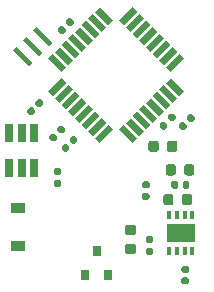
<source format=gbr>
G04 #@! TF.GenerationSoftware,KiCad,Pcbnew,(5.1.6)-1*
G04 #@! TF.CreationDate,2020-12-13T19:15:46+01:00*
G04 #@! TF.ProjectId,ACM-pcb,41434d2d-7063-4622-9e6b-696361645f70,rev?*
G04 #@! TF.SameCoordinates,Original*
G04 #@! TF.FileFunction,Paste,Top*
G04 #@! TF.FilePolarity,Positive*
%FSLAX46Y46*%
G04 Gerber Fmt 4.6, Leading zero omitted, Abs format (unit mm)*
G04 Created by KiCad (PCBNEW (5.1.6)-1) date 2020-12-13 19:15:46*
%MOMM*%
%LPD*%
G01*
G04 APERTURE LIST*
%ADD10R,1.200000X0.900000*%
%ADD11R,0.700000X1.600000*%
%ADD12R,0.800000X0.900000*%
%ADD13C,0.100000*%
%ADD14R,0.350000X0.750000*%
%ADD15R,2.400000X1.600000*%
G04 APERTURE END LIST*
D10*
X65750000Y-86975000D03*
X65750000Y-83675000D03*
D11*
X64990000Y-80367000D03*
X64990000Y-77367000D03*
X66040000Y-80367000D03*
X66040000Y-77367000D03*
X67090000Y-80367000D03*
X67090000Y-77367000D03*
D12*
X71440000Y-89392000D03*
X73340000Y-89392000D03*
X72390000Y-87392000D03*
G36*
G01*
X78023100Y-83263450D02*
X78023100Y-82750950D01*
G75*
G02*
X78241850Y-82532200I218750J0D01*
G01*
X78679350Y-82532200D01*
G75*
G02*
X78898100Y-82750950I0J-218750D01*
G01*
X78898100Y-83263450D01*
G75*
G02*
X78679350Y-83482200I-218750J0D01*
G01*
X78241850Y-83482200D01*
G75*
G02*
X78023100Y-83263450I0J218750D01*
G01*
G37*
G36*
G01*
X79598100Y-83263450D02*
X79598100Y-82750950D01*
G75*
G02*
X79816850Y-82532200I218750J0D01*
G01*
X80254350Y-82532200D01*
G75*
G02*
X80473100Y-82750950I0J-218750D01*
G01*
X80473100Y-83263450D01*
G75*
G02*
X80254350Y-83482200I-218750J0D01*
G01*
X79816850Y-83482200D01*
G75*
G02*
X79598100Y-83263450I0J218750D01*
G01*
G37*
G36*
G01*
X78350000Y-78756250D02*
X78350000Y-78243750D01*
G75*
G02*
X78568750Y-78025000I218750J0D01*
G01*
X79006250Y-78025000D01*
G75*
G02*
X79225000Y-78243750I0J-218750D01*
G01*
X79225000Y-78756250D01*
G75*
G02*
X79006250Y-78975000I-218750J0D01*
G01*
X78568750Y-78975000D01*
G75*
G02*
X78350000Y-78756250I0J218750D01*
G01*
G37*
G36*
G01*
X76775000Y-78756250D02*
X76775000Y-78243750D01*
G75*
G02*
X76993750Y-78025000I218750J0D01*
G01*
X77431250Y-78025000D01*
G75*
G02*
X77650000Y-78243750I0J-218750D01*
G01*
X77650000Y-78756250D01*
G75*
G02*
X77431250Y-78975000I-218750J0D01*
G01*
X76993750Y-78975000D01*
G75*
G02*
X76775000Y-78756250I0J218750D01*
G01*
G37*
D13*
G36*
X72257879Y-67089934D02*
G01*
X72646788Y-66701025D01*
X73778159Y-67832396D01*
X73389250Y-68221305D01*
X72257879Y-67089934D01*
G37*
G36*
X71692194Y-67655620D02*
G01*
X72081103Y-67266711D01*
X73212474Y-68398082D01*
X72823565Y-68786991D01*
X71692194Y-67655620D01*
G37*
G36*
X71126508Y-68221305D02*
G01*
X71515417Y-67832396D01*
X72646788Y-68963767D01*
X72257879Y-69352676D01*
X71126508Y-68221305D01*
G37*
G36*
X70560823Y-68786990D02*
G01*
X70949732Y-68398081D01*
X72081103Y-69529452D01*
X71692194Y-69918361D01*
X70560823Y-68786990D01*
G37*
G36*
X69995137Y-69352676D02*
G01*
X70384046Y-68963767D01*
X71515417Y-70095138D01*
X71126508Y-70484047D01*
X69995137Y-69352676D01*
G37*
G36*
X69429452Y-69918361D02*
G01*
X69818361Y-69529452D01*
X70949732Y-70660823D01*
X70560823Y-71049732D01*
X69429452Y-69918361D01*
G37*
G36*
X68863767Y-70484047D02*
G01*
X69252676Y-70095138D01*
X70384047Y-71226509D01*
X69995138Y-71615418D01*
X68863767Y-70484047D01*
G37*
G36*
X68298081Y-71049732D02*
G01*
X68686990Y-70660823D01*
X69818361Y-71792194D01*
X69429452Y-72181103D01*
X68298081Y-71049732D01*
G37*
G36*
X68686990Y-74231713D02*
G01*
X68298081Y-73842804D01*
X69429452Y-72711433D01*
X69818361Y-73100342D01*
X68686990Y-74231713D01*
G37*
G36*
X69252676Y-74797398D02*
G01*
X68863767Y-74408489D01*
X69995138Y-73277118D01*
X70384047Y-73666027D01*
X69252676Y-74797398D01*
G37*
G36*
X69818361Y-75363084D02*
G01*
X69429452Y-74974175D01*
X70560823Y-73842804D01*
X70949732Y-74231713D01*
X69818361Y-75363084D01*
G37*
G36*
X70384046Y-75928769D02*
G01*
X69995137Y-75539860D01*
X71126508Y-74408489D01*
X71515417Y-74797398D01*
X70384046Y-75928769D01*
G37*
G36*
X70949732Y-76494455D02*
G01*
X70560823Y-76105546D01*
X71692194Y-74974175D01*
X72081103Y-75363084D01*
X70949732Y-76494455D01*
G37*
G36*
X71515417Y-77060140D02*
G01*
X71126508Y-76671231D01*
X72257879Y-75539860D01*
X72646788Y-75928769D01*
X71515417Y-77060140D01*
G37*
G36*
X72081103Y-77625825D02*
G01*
X71692194Y-77236916D01*
X72823565Y-76105545D01*
X73212474Y-76494454D01*
X72081103Y-77625825D01*
G37*
G36*
X72646788Y-78191511D02*
G01*
X72257879Y-77802602D01*
X73389250Y-76671231D01*
X73778159Y-77060140D01*
X72646788Y-78191511D01*
G37*
G36*
X74308489Y-77060140D02*
G01*
X74697398Y-76671231D01*
X75828769Y-77802602D01*
X75439860Y-78191511D01*
X74308489Y-77060140D01*
G37*
G36*
X74874174Y-76494454D02*
G01*
X75263083Y-76105545D01*
X76394454Y-77236916D01*
X76005545Y-77625825D01*
X74874174Y-76494454D01*
G37*
G36*
X75439860Y-75928769D02*
G01*
X75828769Y-75539860D01*
X76960140Y-76671231D01*
X76571231Y-77060140D01*
X75439860Y-75928769D01*
G37*
G36*
X76005545Y-75363084D02*
G01*
X76394454Y-74974175D01*
X77525825Y-76105546D01*
X77136916Y-76494455D01*
X76005545Y-75363084D01*
G37*
G36*
X76571231Y-74797398D02*
G01*
X76960140Y-74408489D01*
X78091511Y-75539860D01*
X77702602Y-75928769D01*
X76571231Y-74797398D01*
G37*
G36*
X77136916Y-74231713D02*
G01*
X77525825Y-73842804D01*
X78657196Y-74974175D01*
X78268287Y-75363084D01*
X77136916Y-74231713D01*
G37*
G36*
X77702601Y-73666027D02*
G01*
X78091510Y-73277118D01*
X79222881Y-74408489D01*
X78833972Y-74797398D01*
X77702601Y-73666027D01*
G37*
G36*
X78268287Y-73100342D02*
G01*
X78657196Y-72711433D01*
X79788567Y-73842804D01*
X79399658Y-74231713D01*
X78268287Y-73100342D01*
G37*
G36*
X78657196Y-72181103D02*
G01*
X78268287Y-71792194D01*
X79399658Y-70660823D01*
X79788567Y-71049732D01*
X78657196Y-72181103D01*
G37*
G36*
X78091510Y-71615418D02*
G01*
X77702601Y-71226509D01*
X78833972Y-70095138D01*
X79222881Y-70484047D01*
X78091510Y-71615418D01*
G37*
G36*
X77525825Y-71049732D02*
G01*
X77136916Y-70660823D01*
X78268287Y-69529452D01*
X78657196Y-69918361D01*
X77525825Y-71049732D01*
G37*
G36*
X76960140Y-70484047D02*
G01*
X76571231Y-70095138D01*
X77702602Y-68963767D01*
X78091511Y-69352676D01*
X76960140Y-70484047D01*
G37*
G36*
X76394454Y-69918361D02*
G01*
X76005545Y-69529452D01*
X77136916Y-68398081D01*
X77525825Y-68786990D01*
X76394454Y-69918361D01*
G37*
G36*
X75828769Y-69352676D02*
G01*
X75439860Y-68963767D01*
X76571231Y-67832396D01*
X76960140Y-68221305D01*
X75828769Y-69352676D01*
G37*
G36*
X75263083Y-68786991D02*
G01*
X74874174Y-68398082D01*
X76005545Y-67266711D01*
X76394454Y-67655620D01*
X75263083Y-68786991D01*
G37*
G36*
X74697398Y-68221305D02*
G01*
X74308489Y-67832396D01*
X75439860Y-66701025D01*
X75828769Y-67089934D01*
X74697398Y-68221305D01*
G37*
G36*
G01*
X68915500Y-80350000D02*
X69260500Y-80350000D01*
G75*
G02*
X69408000Y-80497500I0J-147500D01*
G01*
X69408000Y-80792500D01*
G75*
G02*
X69260500Y-80940000I-147500J0D01*
G01*
X68915500Y-80940000D01*
G75*
G02*
X68768000Y-80792500I0J147500D01*
G01*
X68768000Y-80497500D01*
G75*
G02*
X68915500Y-80350000I147500J0D01*
G01*
G37*
G36*
G01*
X68915500Y-81320000D02*
X69260500Y-81320000D01*
G75*
G02*
X69408000Y-81467500I0J-147500D01*
G01*
X69408000Y-81762500D01*
G75*
G02*
X69260500Y-81910000I-147500J0D01*
G01*
X68915500Y-81910000D01*
G75*
G02*
X68768000Y-81762500I0J147500D01*
G01*
X68768000Y-81467500D01*
G75*
G02*
X68915500Y-81320000I147500J0D01*
G01*
G37*
G36*
G01*
X69661685Y-78969066D02*
X69417734Y-78725114D01*
G75*
G02*
X69417734Y-78516518I104298J104298D01*
G01*
X69626330Y-78307922D01*
G75*
G02*
X69834926Y-78307922I104298J-104298D01*
G01*
X70078878Y-78551874D01*
G75*
G02*
X70078878Y-78760470I-104298J-104298D01*
G01*
X69870282Y-78969066D01*
G75*
G02*
X69661686Y-78969066I-104298J104298D01*
G01*
G37*
G36*
G01*
X70347579Y-78283172D02*
X70103628Y-78039220D01*
G75*
G02*
X70103628Y-77830624I104298J104298D01*
G01*
X70312224Y-77622028D01*
G75*
G02*
X70520820Y-77622028I104298J-104298D01*
G01*
X70764772Y-77865980D01*
G75*
G02*
X70764772Y-78074576I-104298J-104298D01*
G01*
X70556176Y-78283172D01*
G75*
G02*
X70347580Y-78283172I-104298J104298D01*
G01*
G37*
G36*
X68377387Y-69996116D02*
G01*
X67033884Y-68652613D01*
X67316727Y-68369770D01*
X68660230Y-69713273D01*
X68377387Y-69996116D01*
G37*
G36*
X67528859Y-70844645D02*
G01*
X66185356Y-69501142D01*
X66468199Y-69218299D01*
X67811702Y-70561802D01*
X67528859Y-70844645D01*
G37*
G36*
X66680330Y-71693173D02*
G01*
X65336827Y-70349670D01*
X65619670Y-70066827D01*
X66963173Y-71410330D01*
X66680330Y-71693173D01*
G37*
G36*
G01*
X70222515Y-67658534D02*
X70466466Y-67902486D01*
G75*
G02*
X70466466Y-68111082I-104298J-104298D01*
G01*
X70257870Y-68319678D01*
G75*
G02*
X70049274Y-68319678I-104298J104298D01*
G01*
X69805322Y-68075726D01*
G75*
G02*
X69805322Y-67867130I104298J104298D01*
G01*
X70013918Y-67658534D01*
G75*
G02*
X70222514Y-67658534I104298J-104298D01*
G01*
G37*
G36*
G01*
X69536621Y-68344428D02*
X69780572Y-68588380D01*
G75*
G02*
X69780572Y-68796976I-104298J-104298D01*
G01*
X69571976Y-69005572D01*
G75*
G02*
X69363380Y-69005572I-104298J104298D01*
G01*
X69119428Y-68761620D01*
G75*
G02*
X69119428Y-68553024I104298J104298D01*
G01*
X69328024Y-68344428D01*
G75*
G02*
X69536620Y-68344428I104298J-104298D01*
G01*
G37*
G36*
G01*
X79786621Y-76469428D02*
X80030572Y-76713380D01*
G75*
G02*
X80030572Y-76921976I-104298J-104298D01*
G01*
X79821976Y-77130572D01*
G75*
G02*
X79613380Y-77130572I-104298J104298D01*
G01*
X79369428Y-76886620D01*
G75*
G02*
X79369428Y-76678024I104298J104298D01*
G01*
X79578024Y-76469428D01*
G75*
G02*
X79786620Y-76469428I104298J-104298D01*
G01*
G37*
G36*
G01*
X80472515Y-75783534D02*
X80716466Y-76027486D01*
G75*
G02*
X80716466Y-76236082I-104298J-104298D01*
G01*
X80507870Y-76444678D01*
G75*
G02*
X80299274Y-76444678I-104298J104298D01*
G01*
X80055322Y-76200726D01*
G75*
G02*
X80055322Y-75992130I104298J104298D01*
G01*
X80263918Y-75783534D01*
G75*
G02*
X80472514Y-75783534I104298J-104298D01*
G01*
G37*
G36*
G01*
X80055500Y-89218000D02*
X79710500Y-89218000D01*
G75*
G02*
X79563000Y-89070500I0J147500D01*
G01*
X79563000Y-88775500D01*
G75*
G02*
X79710500Y-88628000I147500J0D01*
G01*
X80055500Y-88628000D01*
G75*
G02*
X80203000Y-88775500I0J-147500D01*
G01*
X80203000Y-89070500D01*
G75*
G02*
X80055500Y-89218000I-147500J0D01*
G01*
G37*
G36*
G01*
X80055500Y-90188000D02*
X79710500Y-90188000D01*
G75*
G02*
X79563000Y-90040500I0J147500D01*
G01*
X79563000Y-89745500D01*
G75*
G02*
X79710500Y-89598000I147500J0D01*
G01*
X80055500Y-89598000D01*
G75*
G02*
X80203000Y-89745500I0J-147500D01*
G01*
X80203000Y-90040500D01*
G75*
G02*
X80055500Y-90188000I-147500J0D01*
G01*
G37*
G36*
G01*
X76728100Y-83025200D02*
X76383100Y-83025200D01*
G75*
G02*
X76235600Y-82877700I0J147500D01*
G01*
X76235600Y-82582700D01*
G75*
G02*
X76383100Y-82435200I147500J0D01*
G01*
X76728100Y-82435200D01*
G75*
G02*
X76875600Y-82582700I0J-147500D01*
G01*
X76875600Y-82877700D01*
G75*
G02*
X76728100Y-83025200I-147500J0D01*
G01*
G37*
G36*
G01*
X76728100Y-82055200D02*
X76383100Y-82055200D01*
G75*
G02*
X76235600Y-81907700I0J147500D01*
G01*
X76235600Y-81612700D01*
G75*
G02*
X76383100Y-81465200I147500J0D01*
G01*
X76728100Y-81465200D01*
G75*
G02*
X76875600Y-81612700I0J-147500D01*
G01*
X76875600Y-81907700D01*
G75*
G02*
X76728100Y-82055200I-147500J0D01*
G01*
G37*
G36*
G01*
X77970432Y-77073519D02*
X77726481Y-76829567D01*
G75*
G02*
X77726481Y-76620971I104298J104298D01*
G01*
X77935077Y-76412375D01*
G75*
G02*
X78143673Y-76412375I104298J-104298D01*
G01*
X78387625Y-76656327D01*
G75*
G02*
X78387625Y-76864923I-104298J-104298D01*
G01*
X78179029Y-77073519D01*
G75*
G02*
X77970433Y-77073519I-104298J104298D01*
G01*
G37*
G36*
G01*
X78656326Y-76387625D02*
X78412375Y-76143673D01*
G75*
G02*
X78412375Y-75935077I104298J104298D01*
G01*
X78620971Y-75726481D01*
G75*
G02*
X78829567Y-75726481I104298J-104298D01*
G01*
X79073519Y-75970433D01*
G75*
G02*
X79073519Y-76179029I-104298J-104298D01*
G01*
X78864923Y-76387625D01*
G75*
G02*
X78656327Y-76387625I-104298J104298D01*
G01*
G37*
G36*
G01*
X77032900Y-87673400D02*
X76687900Y-87673400D01*
G75*
G02*
X76540400Y-87525900I0J147500D01*
G01*
X76540400Y-87230900D01*
G75*
G02*
X76687900Y-87083400I147500J0D01*
G01*
X77032900Y-87083400D01*
G75*
G02*
X77180400Y-87230900I0J-147500D01*
G01*
X77180400Y-87525900D01*
G75*
G02*
X77032900Y-87673400I-147500J0D01*
G01*
G37*
G36*
G01*
X77032900Y-86703400D02*
X76687900Y-86703400D01*
G75*
G02*
X76540400Y-86555900I0J147500D01*
G01*
X76540400Y-86260900D01*
G75*
G02*
X76687900Y-86113400I147500J0D01*
G01*
X77032900Y-86113400D01*
G75*
G02*
X77180400Y-86260900I0J-147500D01*
G01*
X77180400Y-86555900D01*
G75*
G02*
X77032900Y-86703400I-147500J0D01*
G01*
G37*
G36*
G01*
X79281000Y-81591500D02*
X79281000Y-81936500D01*
G75*
G02*
X79133500Y-82084000I-147500J0D01*
G01*
X78838500Y-82084000D01*
G75*
G02*
X78691000Y-81936500I0J147500D01*
G01*
X78691000Y-81591500D01*
G75*
G02*
X78838500Y-81444000I147500J0D01*
G01*
X79133500Y-81444000D01*
G75*
G02*
X79281000Y-81591500I0J-147500D01*
G01*
G37*
G36*
G01*
X80251000Y-81591500D02*
X80251000Y-81936500D01*
G75*
G02*
X80103500Y-82084000I-147500J0D01*
G01*
X79808500Y-82084000D01*
G75*
G02*
X79661000Y-81936500I0J147500D01*
G01*
X79661000Y-81591500D01*
G75*
G02*
X79808500Y-81444000I147500J0D01*
G01*
X80103500Y-81444000D01*
G75*
G02*
X80251000Y-81591500I0J-147500D01*
G01*
G37*
D14*
X78549000Y-87320000D03*
X79199000Y-87320000D03*
X79849000Y-87320000D03*
X80499000Y-87320000D03*
X80499000Y-84320000D03*
X79849000Y-84320000D03*
X79199000Y-84320000D03*
X78549000Y-84320000D03*
D15*
X79524000Y-85820000D03*
G36*
G01*
X75516450Y-87610500D02*
X75003950Y-87610500D01*
G75*
G02*
X74785200Y-87391750I0J218750D01*
G01*
X74785200Y-86954250D01*
G75*
G02*
X75003950Y-86735500I218750J0D01*
G01*
X75516450Y-86735500D01*
G75*
G02*
X75735200Y-86954250I0J-218750D01*
G01*
X75735200Y-87391750D01*
G75*
G02*
X75516450Y-87610500I-218750J0D01*
G01*
G37*
G36*
G01*
X75516450Y-86035500D02*
X75003950Y-86035500D01*
G75*
G02*
X74785200Y-85816750I0J218750D01*
G01*
X74785200Y-85379250D01*
G75*
G02*
X75003950Y-85160500I218750J0D01*
G01*
X75516450Y-85160500D01*
G75*
G02*
X75735200Y-85379250I0J-218750D01*
G01*
X75735200Y-85816750D01*
G75*
G02*
X75516450Y-86035500I-218750J0D01*
G01*
G37*
G36*
G01*
X79098000Y-80237750D02*
X79098000Y-80750250D01*
G75*
G02*
X78879250Y-80969000I-218750J0D01*
G01*
X78441750Y-80969000D01*
G75*
G02*
X78223000Y-80750250I0J218750D01*
G01*
X78223000Y-80237750D01*
G75*
G02*
X78441750Y-80019000I218750J0D01*
G01*
X78879250Y-80019000D01*
G75*
G02*
X79098000Y-80237750I0J-218750D01*
G01*
G37*
G36*
G01*
X80673000Y-80237750D02*
X80673000Y-80750250D01*
G75*
G02*
X80454250Y-80969000I-218750J0D01*
G01*
X80016750Y-80969000D01*
G75*
G02*
X79798000Y-80750250I0J218750D01*
G01*
X79798000Y-80237750D01*
G75*
G02*
X80016750Y-80019000I218750J0D01*
G01*
X80454250Y-80019000D01*
G75*
G02*
X80673000Y-80237750I0J-218750D01*
G01*
G37*
G36*
G01*
X68620285Y-78080066D02*
X68376334Y-77836114D01*
G75*
G02*
X68376334Y-77627518I104298J104298D01*
G01*
X68584930Y-77418922D01*
G75*
G02*
X68793526Y-77418922I104298J-104298D01*
G01*
X69037478Y-77662874D01*
G75*
G02*
X69037478Y-77871470I-104298J-104298D01*
G01*
X68828882Y-78080066D01*
G75*
G02*
X68620286Y-78080066I-104298J104298D01*
G01*
G37*
G36*
G01*
X69306179Y-77394172D02*
X69062228Y-77150220D01*
G75*
G02*
X69062228Y-76941624I104298J104298D01*
G01*
X69270824Y-76733028D01*
G75*
G02*
X69479420Y-76733028I104298J-104298D01*
G01*
X69723372Y-76976980D01*
G75*
G02*
X69723372Y-77185576I-104298J-104298D01*
G01*
X69514776Y-77394172D01*
G75*
G02*
X69306180Y-77394172I-104298J104298D01*
G01*
G37*
G36*
G01*
X67451979Y-75158972D02*
X67208028Y-74915020D01*
G75*
G02*
X67208028Y-74706424I104298J104298D01*
G01*
X67416624Y-74497828D01*
G75*
G02*
X67625220Y-74497828I104298J-104298D01*
G01*
X67869172Y-74741780D01*
G75*
G02*
X67869172Y-74950376I-104298J-104298D01*
G01*
X67660576Y-75158972D01*
G75*
G02*
X67451980Y-75158972I-104298J104298D01*
G01*
G37*
G36*
G01*
X66766085Y-75844866D02*
X66522134Y-75600914D01*
G75*
G02*
X66522134Y-75392318I104298J104298D01*
G01*
X66730730Y-75183722D01*
G75*
G02*
X66939326Y-75183722I104298J-104298D01*
G01*
X67183278Y-75427674D01*
G75*
G02*
X67183278Y-75636270I-104298J-104298D01*
G01*
X66974682Y-75844866D01*
G75*
G02*
X66766086Y-75844866I-104298J104298D01*
G01*
G37*
M02*

</source>
